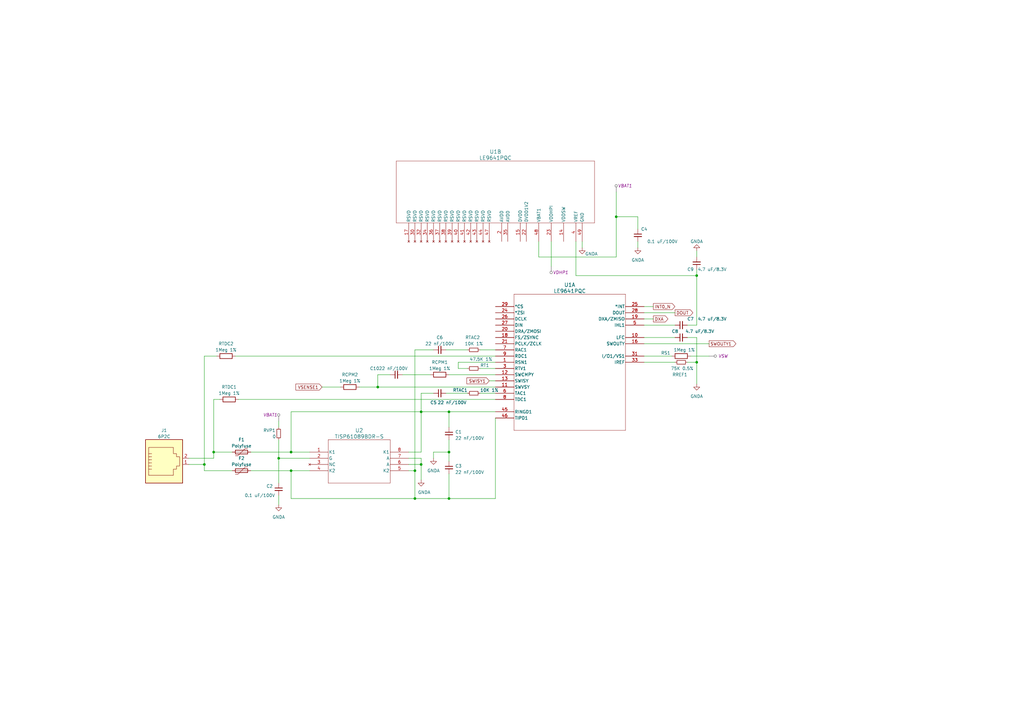
<source format=kicad_sch>
(kicad_sch (version 20230121) (generator eeschema)
  (paper "A3")
  (lib_symbols
    (symbol "Connector:6P2C" (pin_names (offset 1.016))
      (property "Reference" "J" (at -5.08 11.43 0))
      (property "Value" "6P2C" (at 2.54 11.43 0))
      (symbol "6P2C_0_1"
        (polyline (pts (xy -6.35 -1.905) (xy -5.08 -1.905) (xy -5.08 -1.905)))
        (polyline (pts (xy -6.35 -0.635) (xy -5.08 -0.635) (xy -5.08 -0.635)))
        (polyline (pts (xy -6.35 0.635) (xy -5.08 0.635) (xy -5.08 0.635)))
        (polyline (pts (xy -6.35 1.905) (xy -5.08 1.905) (xy -5.08 1.905)))
        (polyline (pts (xy -6.35 3.175) (xy -5.08 3.175) (xy -5.08 3.175)))
        (polyline (pts (xy -5.08 4.445) (xy -6.35 4.445) (xy -6.35 4.445)))
        (polyline (pts (xy -6.35 -4.445) (xy -6.35 6.985) (xy 3.81 6.985) (xy 3.81 4.445) (xy 5.08 4.445) (xy 5.08 3.175) (xy 6.35 3.175) (xy 6.35 -0.635) (xy 5.08 -0.635) (xy 5.08 -1.905) (xy 3.81 -1.905) (xy 3.81 -4.445) (xy -6.35 -4.445) (xy -6.35 -4.445)))
        (rectangle (start 7.62 10.16) (end -7.62 -7.62) (stroke (width 0.254)) (fill (type background)))
      )
      (symbol "6P2C_1_1"
        (pin passive line (at 10.16 0 180) (length 2.54) (name "~") (number "1"))
        (pin passive line (at 10.16 2.54 180) (length 2.54) (name "~") (number "2"))
      )
    )
    (symbol "Device:C_Small" (pin_numbers hide) (pin_names (offset 0.254) hide)
      (property "Reference" "C" (at 0.254 1.778 0))
      (property "Value" "C_Small" (at 0.254 -2.032 0))
      (symbol "C_Small_0_1"
        (polyline (pts (xy -1.524 -0.508) (xy 1.524 -0.508)) (stroke (width 0.3302)))
        (polyline (pts (xy -1.524 0.508) (xy 1.524 0.508)) (stroke (width 0.3048)))
      )
      (symbol "C_Small_1_1"
        (pin passive line (at 0 2.54 270) (length 2.032) (name "~") (number "1"))
        (pin passive line (at 0 -2.54 90) (length 2.032) (name "~") (number "2"))
      )
    )
    (symbol "Device:Polyfuse" (pin_numbers hide) (pin_names (offset 0))
      (property "Reference" "F" (at -2.54 0 90))
      (property "Value" "Polyfuse" (at 2.54 0 90))
      (symbol "Polyfuse_0_1"
        (rectangle (start -0.762 2.54) (end 0.762 -2.54) (stroke (width 0.254)))
        (polyline (pts (xy 0 2.54) (xy 0 -2.54)))
        (polyline (pts (xy -1.524 2.54) (xy -1.524 1.524) (xy 1.524 -1.524) (xy 1.524 -2.54)))
      )
      (symbol "Polyfuse_1_1"
        (pin passive line (at 0 3.81 270) (length 1.27) (name "~") (number "1"))
        (pin passive line (at 0 -3.81 90) (length 1.27) (name "~") (number "2"))
      )
    )
    (symbol "Device:R" (pin_numbers hide) (pin_names (offset 0))
      (property "Reference" "R" (at 2.032 0 90))
      (property "Value" "R" (at 0 0 90))
      (symbol "R_0_1"
        (rectangle (start -1.016 -2.54) (end 1.016 2.54) (stroke (width 0.254)))
      )
      (symbol "R_1_1"
        (pin passive line (at 0 3.81 270) (length 1.27) (name "~") (number "1"))
        (pin passive line (at 0 -3.81 90) (length 1.27) (name "~") (number "2"))
      )
    )
    (symbol "Device:R_Small" (pin_numbers hide) (pin_names (offset 0.254) hide)
      (property "Reference" "R" (at 0.762 0.508 0))
      (property "Value" "R_Small" (at 0.762 -1.016 0))
      (symbol "R_Small_0_1"
        (rectangle (start -0.762 1.778) (end 0.762 -1.778) (stroke (width 0.2032)))
      )
      (symbol "R_Small_1_1"
        (pin passive line (at 0 2.54 270) (length 0.762) (name "~") (number "1"))
        (pin passive line (at 0 -2.54 90) (length 0.762) (name "~") (number "2"))
      )
    )
    (symbol "LE9641:LE9641PQC" (pin_names (offset 0.254))
      (property "Reference" "U" (at 30.48 10.16 0))
      (property "Value" "LE9641PQC" (at 30.48 7.62 0))
      (symbol "LE9641PQC_1_1"
        (polyline (pts (xy 7.62 -50.8) (xy 53.34 -50.8)) (stroke (width 0.127)))
        (polyline (pts (xy 7.62 5.08) (xy 7.62 -50.8)) (stroke (width 0.127)))
        (polyline (pts (xy 53.34 -50.8) (xy 53.34 5.08)) (stroke (width 0.127)))
        (polyline (pts (xy 53.34 5.08) (xy 7.62 5.08)) (stroke (width 0.127)))
        (pin input line (at 0 -22.86 0) (length 7.62) (name "RSN1") (number "1"))
        (pin output line (at 60.96 -12.7 180) (length 7.62) (name "LFC") (number "10"))
        (pin input line (at 0 -33.02 0) (length 7.62) (name "SWVSY") (number "11"))
        (pin input line (at 0 -27.94 0) (length 7.62) (name "SWCMPY") (number "12"))
        (pin input line (at 0 -30.48 0) (length 7.62) (name "SWISY") (number "13"))
        (pin output line (at 60.96 -15.24 180) (length 7.62) (name "SWOUTY") (number "16"))
        (pin input line (at 0 -12.7 0) (length 7.62) (name "FS/ZSYNC") (number "18"))
        (pin output line (at 60.96 -5.08 180) (length 7.62) (name "DXA/ZMISO") (number "19"))
        (pin input line (at 0 -10.16 0) (length 7.62) (name "DRA/ZMOSI") (number "20"))
        (pin input line (at 0 -15.24 0) (length 7.62) (name "PCLK/ZCLK") (number "21"))
        (pin input line (at 0 -2.54 0) (length 7.62) (name "*ZSI") (number "24"))
        (pin output line (at 60.96 0 180) (length 7.62) (name "*INT") (number "25"))
        (pin input line (at 0 -5.08 0) (length 7.62) (name "DCLK") (number "26"))
        (pin input line (at 0 -7.62 0) (length 7.62) (name "DIN") (number "27"))
        (pin output line (at 60.96 -2.54 180) (length 7.62) (name "DOUT") (number "28"))
        (pin input line (at 0 0 0) (length 7.62) (name "*CS") (number "29"))
        (pin input line (at 0 -25.4 0) (length 7.62) (name "RTV1") (number "3"))
        (pin bidirectional line (at 60.96 -20.32 180) (length 7.62) (name "I/O1/VS1") (number "31"))
        (pin unspecified line (at 60.96 -22.86 180) (length 7.62) (name "IREF") (number "33"))
        (pin output line (at 0 -43.18 0) (length 7.62) (name "RINGD1") (number "45"))
        (pin output line (at 0 -45.72 0) (length 7.62) (name "TIPD1") (number "46"))
        (pin output line (at 60.96 -7.62 180) (length 7.62) (name "IHL1") (number "5"))
        (pin input line (at 0 -35.56 0) (length 7.62) (name "TAC1") (number "6"))
        (pin input line (at 0 -17.78 0) (length 7.62) (name "RAC1") (number "7"))
        (pin input line (at 0 -38.1 0) (length 7.62) (name "TDC1") (number "8"))
        (pin input line (at 0 -20.32 0) (length 7.62) (name "RDC1") (number "9"))
      )
      (symbol "LE9641PQC_2_1"
        (polyline (pts (xy 7.62 -76.2) (xy 33.02 -76.2)) (stroke (width 0.127)))
        (polyline (pts (xy 7.62 5.08) (xy 7.62 -76.2)) (stroke (width 0.127)))
        (polyline (pts (xy 33.02 -76.2) (xy 33.02 5.08)) (stroke (width 0.127)))
        (polyline (pts (xy 33.02 5.08) (xy 7.62 5.08)) (stroke (width 0.127)))
        (pin power_in line (at 0 -63.5 0) (length 7.62) (name "VDDSW") (number "14"))
        (pin power_in line (at 0 -45.72 0) (length 7.62) (name "DVDD") (number "15"))
        (pin no_connect line (at 0 0 0) (length 7.62) (name "RSVD") (number "17"))
        (pin power_in line (at 0 -38.1 0) (length 7.62) (name "AVDD") (number "2"))
        (pin power_in line (at 0 -48.26 0) (length 7.62) (name "DVDD1V2") (number "22"))
        (pin power_in line (at 0 -58.42 0) (length 7.62) (name "VDDHPI") (number "23"))
        (pin no_connect line (at 0 -2.54 0) (length 7.62) (name "RSVD") (number "30"))
        (pin no_connect line (at 0 -5.08 0) (length 7.62) (name "RSVD") (number "32"))
        (pin no_connect line (at 0 -7.62 0) (length 7.62) (name "RSVD") (number "34"))
        (pin power_in line (at 0 -40.64 0) (length 7.62) (name "AVDD") (number "35"))
        (pin no_connect line (at 0 -10.16 0) (length 7.62) (name "RSVD") (number "36"))
        (pin no_connect line (at 0 -12.7 0) (length 7.62) (name "RSVD") (number "37"))
        (pin no_connect line (at 0 -15.24 0) (length 7.62) (name "RSVD") (number "38"))
        (pin no_connect line (at 0 -17.78 0) (length 7.62) (name "RSVD") (number "39"))
        (pin unspecified line (at 0 -68.58 0) (length 7.62) (name "VREF") (number "4"))
        (pin no_connect line (at 0 -20.32 0) (length 7.62) (name "RSVD") (number "40"))
        (pin no_connect line (at 0 -22.86 0) (length 7.62) (name "RSVD") (number "41"))
        (pin no_connect line (at 0 -25.4 0) (length 7.62) (name "RSVD") (number "42"))
        (pin no_connect line (at 0 -27.94 0) (length 7.62) (name "RSVD") (number "43"))
        (pin no_connect line (at 0 -30.48 0) (length 7.62) (name "RSVD") (number "44"))
        (pin no_connect line (at 0 -33.02 0) (length 7.62) (name "RSVD") (number "47"))
        (pin power_in line (at 0 -53.34 0) (length 7.62) (name "VBAT1") (number "48"))
        (pin power_out line (at 0 -71.12 0) (length 7.62) (name "GND") (number "49"))
      )
    )
    (symbol "TISP61089BDR-S:TISP61089BDR-S" (pin_names (offset 0.254))
      (property "Reference" "U" (at 20.32 10.16 0))
      (property "Value" "TISP61089BDR-S" (at 20.32 7.62 0))
      (symbol "TISP61089BDR-S_0_1"
        (polyline (pts (xy 7.62 -12.7) (xy 33.02 -12.7)) (stroke (width 0.127)))
        (polyline (pts (xy 7.62 5.08) (xy 7.62 -12.7)) (stroke (width 0.127)))
        (polyline (pts (xy 33.02 -12.7) (xy 33.02 5.08)) (stroke (width 0.127)))
        (polyline (pts (xy 33.02 5.08) (xy 7.62 5.08)) (stroke (width 0.127)))
        (pin bidirectional line (at 0 0 0) (length 7.62) (name "K1") (number "1"))
        (pin unspecified line (at 0 -2.54 0) (length 7.62) (name "G") (number "2"))
        (pin no_connect line (at 0 -5.08 0) (length 7.62) (name "NC") (number "3"))
        (pin bidirectional line (at 0 -7.62 0) (length 7.62) (name "K2") (number "4"))
        (pin bidirectional line (at 40.64 -7.62 180) (length 7.62) (name "K2") (number "5"))
        (pin power_out line (at 40.64 -5.08 180) (length 7.62) (name "A") (number "6"))
        (pin power_out line (at 40.64 -2.54 180) (length 7.62) (name "A") (number "7"))
        (pin bidirectional line (at 40.64 0 180) (length 7.62) (name "K1") (number "8"))
      )
    )
    (symbol "power:GNDA" (power) (pin_names (offset 0))
      (property "Value" "GNDA" (at 0 -3.81 0))
      (symbol "GNDA_0_1"
        (polyline (pts (xy 0 0) (xy 0 -1.27) (xy 1.27 -1.27) (xy 0 -2.54) (xy -1.27 -1.27) (xy 0 -1.27)))
      )
      (symbol "GNDA_1_1"
        (pin power_in line (at 0 0 270) (length 0) hide (name "GNDA") (number "1"))
      )
    )
  )
  (junction (at 83.82 190.5))
  (junction (at 285.75 148.59))
  (junction (at 119.38 193.04))
  (junction (at 285.75 113.03))
  (junction (at 87.63 185.42))
  (junction (at 114.3 187.96))
  (junction (at 170.18 193.04))
  (junction (at 252.73 88.9))
  (junction (at 154.94 158.75))
  (junction (at 184.15 204.47))
  (junction (at 119.38 185.42))
  (junction (at 170.18 204.47))
  (junction (at 184.15 168.91))
  (junction (at 172.72 190.5))
  (junction (at 184.15 185.42))
  (junction (at 172.72 168.91))
  (wire (pts (xy 220.98 105.41) (xy 252.73 105.41)))
  (wire (pts (xy 264.16 148.59) (xy 276.86 148.59)))
  (wire (pts (xy 281.94 148.59) (xy 285.75 148.59)))
  (wire (pts (xy 182.88 161.29) (xy 191.77 161.29)))
  (wire (pts (xy 285.75 148.59) (xy 285.75 157.48)))
  (wire (pts (xy 87.63 187.96) (xy 87.63 185.42)))
  (wire (pts (xy 203.2 148.59) (xy 187.96 148.59)))
  (wire (pts (xy 184.15 194.31) (xy 184.15 204.47)))
  (wire (pts (xy 87.63 185.42) (xy 95.25 185.42)))
  (wire (pts (xy 196.85 143.51) (xy 203.2 143.51)))
  (wire (pts (xy 167.64 185.42) (xy 172.72 185.42)))
  (wire (pts (xy 177.8 185.42) (xy 184.15 185.42)))
  (wire (pts (xy 187.96 148.59) (xy 187.96 151.13)))
  (wire (pts (xy 182.88 143.51) (xy 191.77 143.51)))
  (wire (pts (xy 184.15 168.91) (xy 203.2 168.91)))
  (wire (pts (xy 167.64 193.04) (xy 170.18 193.04)))
  (wire (pts (xy 264.16 146.05) (xy 275.59 146.05)))
  (wire (pts (xy 285.75 113.03) (xy 285.75 133.35)))
  (wire (pts (xy 184.15 185.42) (xy 184.15 189.23)))
  (wire (pts (xy 187.96 151.13) (xy 191.77 151.13)))
  (wire (pts (xy 97.79 163.83) (xy 203.2 163.83)))
  (wire (pts (xy 236.22 113.03) (xy 285.75 113.03)))
  (wire (pts (xy 261.62 93.98) (xy 261.62 88.9)))
  (wire (pts (xy 119.38 168.91) (xy 172.72 168.91)))
  (wire (pts (xy 264.16 125.73) (xy 267.97 125.73)))
  (wire (pts (xy 119.38 204.47) (xy 170.18 204.47)))
  (wire (pts (xy 184.15 180.34) (xy 184.15 185.42)))
  (wire (pts (xy 236.22 113.03) (xy 236.22 99.06)))
  (wire (pts (xy 147.32 158.75) (xy 154.94 158.75)))
  (wire (pts (xy 165.1 153.67) (xy 176.53 153.67)))
  (wire (pts (xy 87.63 163.83) (xy 87.63 185.42)))
  (wire (pts (xy 252.73 78.74) (xy 252.73 88.9)))
  (wire (pts (xy 96.52 146.05) (xy 203.2 146.05)))
  (wire (pts (xy 127 193.04) (xy 119.38 193.04)))
  (wire (pts (xy 170.18 204.47) (xy 184.15 204.47)))
  (wire (pts (xy 252.73 88.9) (xy 252.73 105.41)))
  (wire (pts (xy 160.02 153.67) (xy 154.94 153.67)))
  (wire (pts (xy 238.76 99.06) (xy 238.76 101.6)))
  (wire (pts (xy 196.85 151.13) (xy 203.2 151.13)))
  (wire (pts (xy 261.62 88.9) (xy 252.73 88.9)))
  (wire (pts (xy 200.66 156.21) (xy 203.2 156.21)))
  (wire (pts (xy 184.15 204.47) (xy 203.2 204.47)))
  (wire (pts (xy 220.98 99.06) (xy 220.98 105.41)))
  (wire (pts (xy 102.87 185.42) (xy 119.38 185.42)))
  (wire (pts (xy 264.16 133.35) (xy 276.86 133.35)))
  (wire (pts (xy 172.72 168.91) (xy 172.72 185.42)))
  (wire (pts (xy 285.75 113.03) (xy 285.75 110.49)))
  (wire (pts (xy 285.75 102.87) (xy 285.75 105.41)))
  (wire (pts (xy 127 185.42) (xy 119.38 185.42)))
  (wire (pts (xy 172.72 187.96) (xy 167.64 187.96)))
  (wire (pts (xy 114.3 203.2) (xy 114.3 207.01)))
  (wire (pts (xy 114.3 172.72) (xy 114.3 175.26)))
  (wire (pts (xy 119.38 185.42) (xy 119.38 168.91)))
  (wire (pts (xy 285.75 133.35) (xy 281.94 133.35)))
  (wire (pts (xy 172.72 187.96) (xy 172.72 190.5)))
  (wire (pts (xy 196.85 161.29) (xy 203.2 161.29)))
  (wire (pts (xy 226.06 99.06) (xy 226.06 109.22)))
  (wire (pts (xy 88.9 146.05) (xy 83.82 146.05)))
  (wire (pts (xy 83.82 193.04) (xy 95.25 193.04)))
  (wire (pts (xy 90.17 163.83) (xy 87.63 163.83)))
  (wire (pts (xy 77.47 190.5) (xy 83.82 190.5)))
  (wire (pts (xy 77.47 187.96) (xy 87.63 187.96)))
  (wire (pts (xy 154.94 153.67) (xy 154.94 158.75)))
  (wire (pts (xy 167.64 190.5) (xy 172.72 190.5)))
  (wire (pts (xy 170.18 193.04) (xy 170.18 204.47)))
  (wire (pts (xy 83.82 146.05) (xy 83.82 190.5)))
  (wire (pts (xy 170.18 143.51) (xy 170.18 193.04)))
  (wire (pts (xy 119.38 193.04) (xy 102.87 193.04)))
  (wire (pts (xy 261.62 99.06) (xy 261.62 101.6)))
  (wire (pts (xy 154.94 158.75) (xy 203.2 158.75)))
  (wire (pts (xy 114.3 198.12) (xy 114.3 187.96)))
  (wire (pts (xy 184.15 175.26) (xy 184.15 168.91)))
  (wire (pts (xy 203.2 204.47) (xy 203.2 171.45)))
  (wire (pts (xy 83.82 190.5) (xy 83.82 193.04)))
  (wire (pts (xy 172.72 190.5) (xy 172.72 196.85)))
  (wire (pts (xy 132.08 158.75) (xy 139.7 158.75)))
  (wire (pts (xy 184.15 153.67) (xy 203.2 153.67)))
  (wire (pts (xy 172.72 168.91) (xy 184.15 168.91)))
  (wire (pts (xy 177.8 187.96) (xy 177.8 185.42)))
  (wire (pts (xy 177.8 143.51) (xy 170.18 143.51)))
  (wire (pts (xy 285.75 138.43) (xy 285.75 148.59)))
  (wire (pts (xy 172.72 161.29) (xy 172.72 168.91)))
  (wire (pts (xy 264.16 140.97) (xy 290.83 140.97)))
  (wire (pts (xy 114.3 187.96) (xy 127 187.96)))
  (wire (pts (xy 283.21 146.05) (xy 290.83 146.05)))
  (wire (pts (xy 264.16 130.81) (xy 267.97 130.81)))
  (wire (pts (xy 264.16 138.43) (xy 276.86 138.43)))
  (wire (pts (xy 177.8 161.29) (xy 172.72 161.29)))
  (wire (pts (xy 119.38 193.04) (xy 119.38 204.47)))
  (wire (pts (xy 264.16 128.27) (xy 276.86 128.27)))
  (wire (pts (xy 281.94 138.43) (xy 285.75 138.43)))
  (wire (pts (xy 114.3 180.34) (xy 114.3 187.96)))
  (global_label "INT0_N" (shape output) (at 267.97 125.73 0) (property "Intersheetrefs" "${INTERSHEET_REFS}" (effects hide)))
  (global_label "SWISY1" (shape input) (at 200.66 156.21 180) (property "Intersheetrefs" "${INTERSHEET_REFS}" (effects hide)))
  (global_label "DOUT" (shape output) (at 276.86 128.27 0) (property "Intersheetrefs" "${INTERSHEET_REFS}" (effects hide)))
  (global_label "VSENSE1" (shape input) (at 132.08 158.75 180) (property "Intersheetrefs" "${INTERSHEET_REFS}" (effects hide)))
  (global_label "DXA" (shape output) (at 267.97 130.81 0) (property "Intersheetrefs" "${INTERSHEET_REFS}" (effects hide)))
  (global_label "SWOUTY1" (shape output) (at 290.83 140.97 0) (property "Intersheetrefs" "${INTERSHEET_REFS}" (effects hide)))
  (netclass_flag "" (length 2.54) (shape round) (at 226.06 109.22 180) (property "Netclass" "VDHP1" (at 226.7585 111.76 0) (effects (font italic) (justify left))))
  (netclass_flag "" (length 2.54) (shape round) (at 252.73 78.74 0) (property "Netclass" "VBAT1" (at 253.4285 76.2 0) (effects (font italic) (justify left))))
  (netclass_flag "" (length 2.54) (shape round) (at 290.83 146.05 270) (property "Netclass" "VSW" (at 294.64 146.05 0) (effects (font italic) (justify left))))
  (netclass_flag "" (length 2.54) (shape round) (at 114.3 172.72 0) (property "Netclass" "VBAT1" (at 107.95 170.18 0) (effects (font italic) (justify left))))
  (symbol (lib_id "Device:R") (at 143.51 158.75 90) (unit 1)
    (property "Reference" "RCPM2" (at 143.51 153.67 90))
    (property "Value" "1Meg 1%" (at 143.51 156.21 90))
    (property "Footprint" "Resistor_SMD:R_0603_1608Metric_Pad0.98x0.95mm_HandSolder" (effects hide))
  )
  (symbol (lib_id "Device:C_Small") (at 285.75 107.95 180) (unit 1)
    (property "Reference" "C9" (at 283.21 110.49 0))
    (property "Value" "4.7 uF/8.3V" (at 292.1 110.49 0))
    (property "Footprint" "Capacitor_SMD:C_0201_0603Metric_Pad0.64x0.40mm_HandSolder" (effects hide))
  )
  (symbol (lib_id "Device:C_Small") (at 114.3 200.66 0) (unit 1)
    (property "Reference" "C2" (at 109.22 199.39 0) (effects (justify left)))
    (property "Value" "0.1 uF/100V" (at 100.33 203.2 0) (effects (justify left)))
    (property "Footprint" "Capacitor_SMD:C_0603_1608Metric_Pad1.08x0.95mm_HandSolder" (effects hide))
  )
  (symbol (lib_id "Device:R") (at 92.71 146.05 90) (unit 1)
    (property "Reference" "RTDC2" (at 92.71 140.97 90))
    (property "Value" "1Meg 1%" (at 92.71 143.51 90))
    (property "Footprint" "Resistor_SMD:R_0603_1608Metric_Pad0.98x0.95mm_HandSolder" (effects hide))
  )
  (symbol (lib_id "Device:C_Small") (at 279.4 138.43 90) (unit 1)
    (property "Reference" "C8" (at 276.86 135.89 90))
    (property "Value" "4.7 uF/8.3V" (at 287.02 135.89 90))
    (property "Footprint" "Capacitor_SMD:C_0201_0603Metric_Pad0.64x0.40mm_HandSolder" (effects hide))
  )
  (symbol (lib_id "Device:C_Small") (at 184.15 191.77 0) (unit 1)
    (property "Reference" "C3" (at 186.69 191.1413 0) (effects (justify left)))
    (property "Value" "22 nF/100V" (at 186.69 193.6813 0) (effects (justify left)))
  )
  (symbol (lib_id "TISP61089BDR-S:TISP61089BDR-S") (at 127 185.42 0) (unit 1)
    (property "Reference" "U2" (at 147.32 176.53 0) (effects (font (size 1.524 1.524))))
    (property "Value" "TISP61089BDR-S" (at 147.32 179.07 0) (effects (font (size 1.524 1.524))))
    (property "Footprint" "ICS:SOIC08_3P9X4P9_BRN" (effects hide))
    (property "Datasheet" "TISP61089BDR-S" (effects hide))
  )
  (symbol (lib_id "Device:R") (at 180.34 153.67 90) (unit 1)
    (property "Reference" "RCPM1" (at 180.34 148.59 90))
    (property "Value" "1Meg 1%" (at 180.34 151.13 90))
    (property "Footprint" "Resistor_SMD:R_0603_1608Metric_Pad0.98x0.95mm_HandSolder" (effects hide))
  )
  (symbol (lib_id "Device:C_Small") (at 180.34 161.29 90) (unit 1)
    (property "Reference" "C5" (at 177.8 165.1 90))
    (property "Value" "22 nF/100V" (at 185.42 165.1 90))
    (property "Footprint" "Capacitor_SMD:C_0201_0603Metric_Pad0.64x0.40mm_HandSolder" (effects hide))
  )
  (symbol (lib_id "LE9641:LE9641PQC") (at 167.64 99.06 90) (unit 2)
    (property "Reference" "U1" (at 203.2 62.23 90) (effects (font (size 1.524 1.524))))
    (property "Value" "LE9641PQC" (at 203.2 64.77 90) (effects (font (size 1.524 1.524))))
    (property "Footprint" "ICS:QFN48_7X7_MCH" (effects hide))
    (property "Datasheet" "LE9641PQC" (effects hide))
  )
  (symbol (lib_id "Device:C_Small") (at 184.15 177.8 0) (unit 1)
    (property "Reference" "C1" (at 186.69 177.1713 0) (effects (justify left)))
    (property "Value" "22 nF/100V" (at 186.69 179.7113 0) (effects (justify left)))
    (property "Footprint" "Capacitor_SMD:C_0201_0603Metric_Pad0.64x0.40mm_HandSolder" (effects hide))
  )
  (symbol (lib_id "Device:R") (at 93.98 163.83 90) (unit 1)
    (property "Reference" "RTDC1" (at 93.98 158.75 90))
    (property "Value" "1Meg 1%" (at 93.98 161.29 90))
    (property "Footprint" "Resistor_SMD:R_0603_1608Metric_Pad0.98x0.95mm_HandSolder" (effects hide))
  )
  (symbol (lib_id "Device:R_Small") (at 194.31 151.13 90) (unit 1)
    (property "Reference" "RT1" (at 200.66 149.86 90) (effects (justify left)))
    (property "Value" "47.5K 1%" (at 201.93 147.32 90) (effects (justify left)))
    (property "Footprint" "Resistor_SMD:R_0201_0603Metric_Pad0.64x0.40mm_HandSolder" (effects hide))
  )
  (symbol (lib_id "Device:R_Small") (at 279.4 148.59 90) (unit 1)
    (property "Reference" "RREF1" (at 281.94 153.67 90) (effects (justify left)))
    (property "Value" "75K 0.5%" (at 284.48 151.13 90) (effects (justify left)))
    (property "Footprint" "Resistor_THT:R_Axial_DIN0309_L9.0mm_D3.2mm_P12.70mm_Horizontal" (effects hide))
  )
  (symbol (lib_id "Device:C_Small") (at 261.62 96.52 0) (unit 1)
    (property "Reference" "C4" (at 262.89 93.98 0) (effects (justify left)))
    (property "Value" "0.1 uF/100V" (at 265.43 99.06 0) (effects (justify left)))
    (property "Footprint" "Capacitor_SMD:C_0603_1608Metric_Pad1.08x0.95mm_HandSolder" (effects hide))
  )
  (symbol (lib_id "Device:Polyfuse") (at 99.06 193.04 90) (unit 1)
    (property "Reference" "F2" (at 99.06 187.96 90))
    (property "Value" "Polyfuse" (at 99.06 190.5 90))
  )
  (symbol (lib_id "power:GNDA") (at 172.72 196.85 0) (unit 1)
    (property "Reference" "#PWR01" (effects hide))
    (property "Value" "GNDA" (at 173.99 201.93 0))
  )
  (symbol (lib_id "power:GNDA") (at 261.62 101.6 0) (unit 1)
    (property "Reference" "#PWR04" (effects hide))
    (property "Value" "GNDA" (at 261.62 106.68 0))
  )
  (symbol (lib_id "Device:C_Small") (at 162.56 153.67 90) (unit 1)
    (property "Reference" "C10" (at 153.67 151.13 90))
    (property "Value" "22 nF/100V" (at 161.29 151.13 90))
    (property "Footprint" "Capacitor_SMD:C_0201_0603Metric_Pad0.64x0.40mm_HandSolder" (effects hide))
  )
  (symbol (lib_id "power:GNDA") (at 114.3 207.01 0) (unit 1)
    (property "Reference" "#PWR02" (effects hide))
    (property "Value" "GNDA" (at 114.3 212.09 0))
  )
  (symbol (lib_id "Connector:6P2C") (at 67.31 190.5 0) (unit 1)
    (property "Reference" "J1" (at 67.31 176.53 0))
    (property "Value" "6P2C" (at 67.31 179.07 0))
  )
  (symbol (lib_id "power:GNDA") (at 238.76 101.6 0) (unit 1)
    (property "Reference" "#PWR05" (effects hide))
    (property "Value" "GNDA" (at 242.57 104.14 0))
  )
  (symbol (lib_id "Device:Polyfuse") (at 99.06 185.42 90) (unit 1)
    (property "Reference" "F1" (at 99.06 180.34 90))
    (property "Value" "Polyfuse" (at 99.06 182.88 90))
    (property "Footprint" "Resistor_SMD:R_0201_0603Metric" (effects hide))
  )
  (symbol (lib_id "power:GNDA") (at 285.75 157.48 0) (unit 1)
    (property "Reference" "#PWR06" (effects hide))
    (property "Value" "GNDA" (at 285.75 162.56 0))
  )
  (symbol (lib_id "power:GNDA") (at 177.8 187.96 0) (unit 1)
    (property "Reference" "#PWR03" (effects hide))
    (property "Value" "GNDA" (at 177.8 193.04 0))
  )
  (symbol (lib_id "power:GNDA") (at 285.75 102.87 180) (unit 1)
    (property "Reference" "#PWR07" (effects hide))
    (property "Value" "GNDA" (at 285.75 99.06 0))
  )
  (symbol (lib_id "Device:R") (at 279.4 146.05 90) (unit 1)
    (property "Reference" "RS1" (at 273.05 144.78 90))
    (property "Value" "1Meg 1%" (at 280.67 143.51 90))
    (property "Footprint" "Resistor_SMD:R_0603_1608Metric_Pad0.98x0.95mm_HandSolder" (effects hide))
  )
  (symbol (lib_id "Device:R_Small") (at 194.31 161.29 90) (unit 1)
    (property "Reference" "RTAC1" (at 191.77 160.02 90) (effects (justify left)))
    (property "Value" "10K 1%" (at 204.47 160.02 90) (effects (justify left)))
    (property "Footprint" "Resistor_SMD:R_0201_0603Metric_Pad0.64x0.40mm_HandSolder" (effects hide))
  )
  (symbol (lib_id "Device:C_Small") (at 180.34 143.51 90) (unit 1)
    (property "Reference" "C6" (at 180.3463 138.43 90))
    (property "Value" "22 nF/100V" (at 180.3463 140.97 90))
    (property "Footprint" "Capacitor_SMD:C_0201_0603Metric_Pad0.64x0.40mm_HandSolder" (effects hide))
  )
  (symbol (lib_id "Device:R_Small") (at 114.3 177.8 0) (unit 1)
    (property "Reference" "RVP1" (at 107.95 176.53 0) (effects (justify left)))
    (property "Value" "0" (at 111.76 179.07 0) (effects (justify left)))
    (property "Footprint" "Resistor_SMD:R_0201_0603Metric_Pad0.64x0.40mm_HandSolder" (effects hide))
  )
  (symbol (lib_id "Device:R_Small") (at 194.31 143.51 90) (unit 1)
    (property "Reference" "RTAC2" (at 196.85 138.43 90) (effects (justify left)))
    (property "Value" "10K 1%" (at 198.12 140.97 90) (effects (justify left)))
    (property "Footprint" "Resistor_SMD:R_0201_0603Metric_Pad0.64x0.40mm_HandSolder" (effects hide))
  )
  (symbol (lib_id "LE9641:LE9641PQC") (at 203.2 125.73 0) (unit 1)
    (property "Reference" "U1" (at 233.68 116.84 0) (effects (font (size 1.524 1.524))))
    (property "Value" "LE9641PQC" (at 233.68 119.38 0) (effects (font (size 1.524 1.524))))
    (property "Footprint" "ICS:QFN48_7X7_MCH" (effects hide))
    (property "Datasheet" "LE9641PQC" (effects hide))
  )
  (symbol (lib_id "Device:C_Small") (at 279.4 133.35 90) (unit 1)
    (property "Reference" "C7" (at 283.21 130.81 90))
    (property "Value" "4.7 uF/8.3V" (at 292.1 130.81 90))
    (property "Footprint" "Capacitor_SMD:C_0201_0603Metric_Pad0.64x0.40mm_HandSolder" (effects hide))
  )
)
</source>
